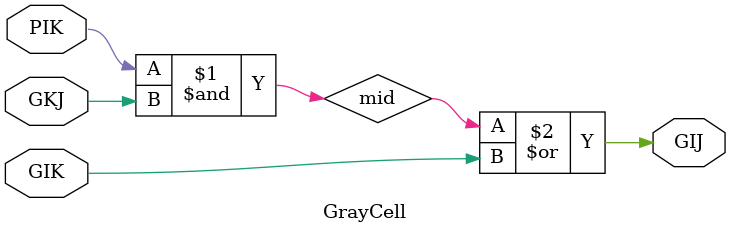
<source format=v>

module GrayCell(PIK,  GIK , GKJ, GIJ);
    input PIK, GIK, GKJ;
    output GIJ;
    wire mid;
    and U0(mid, PIK, GKJ);
    or  U1(GIJ, mid, GIK);

endmodule
</source>
